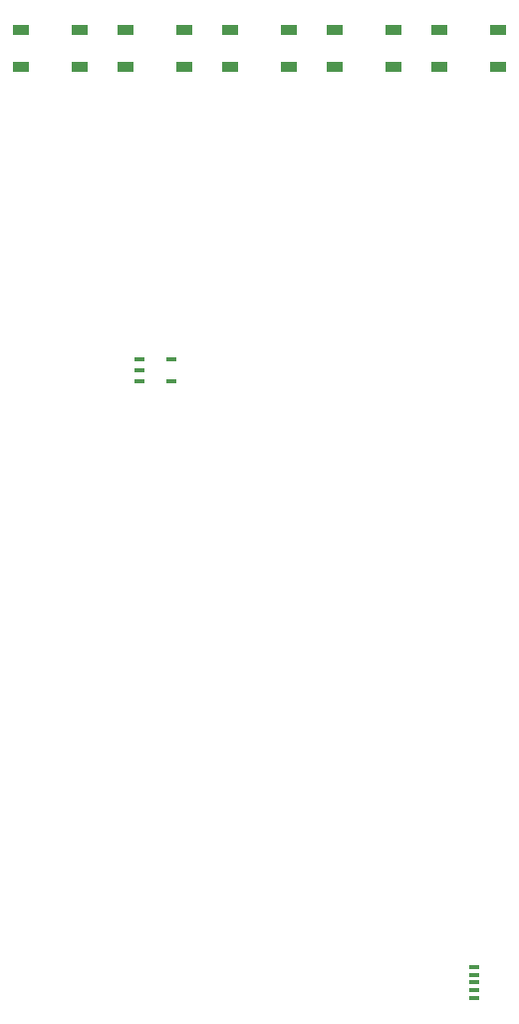
<source format=gbr>
G04 #@! TF.FileFunction,Paste,Top*
%FSLAX46Y46*%
G04 Gerber Fmt 4.6, Leading zero omitted, Abs format (unit mm)*
G04 Created by KiCad (PCBNEW 4.0.5) date 12/07/17 20:38:24*
%MOMM*%
%LPD*%
G01*
G04 APERTURE LIST*
%ADD10C,0.500000*%
%ADD11R,0.947600X0.297600*%
%ADD12R,1.447600X0.847600*%
%ADD13R,0.847600X0.397600*%
G04 APERTURE END LIST*
D10*
D11*
X43030000Y14699000D03*
X43030000Y15349000D03*
X43030000Y15999000D03*
X43030000Y16649000D03*
X43030000Y17299000D03*
D12*
X9485000Y93650000D03*
X9485000Y96850000D03*
X4485000Y93650000D03*
X4485000Y96850000D03*
X18375000Y93650000D03*
X18375000Y96850000D03*
X13375000Y93650000D03*
X13375000Y96850000D03*
X27265000Y93650000D03*
X27265000Y96850000D03*
X22265000Y93650000D03*
X22265000Y96850000D03*
X36155000Y93650000D03*
X36155000Y96850000D03*
X31155000Y93650000D03*
X31155000Y96850000D03*
X45045000Y93650000D03*
X45045000Y96850000D03*
X40045000Y93650000D03*
X40045000Y96850000D03*
D13*
X17305000Y68895000D03*
X17305000Y66995000D03*
X14605000Y68895000D03*
X14605000Y67945000D03*
X14605000Y66995000D03*
M02*

</source>
